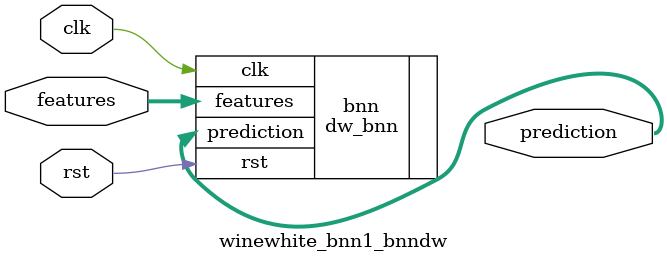
<source format=v>















module winewhite_bnn1_bnndw #(

parameter FEAT_CNT = 11,
parameter HIDDEN_CNT = 40,
parameter FEAT_BITS = 4,
parameter CLASS_CNT = 7,
parameter TEST_CNT = 1000


  ) (
  input clk,
  input rst,
  input [FEAT_CNT*FEAT_BITS-1:0] features,
  output [$clog2(CLASS_CNT)-1:0] prediction
  );

  localparam Weights0 = 440'b00010101000000000100110001011111111100001000110010111000111101011010011001100010111100110011000010111110111001101101111011100100100101010010111001101100110001100100000010000100011001111001000101010111000101001100101000101100000110011111011111100011100111101111111000100110011101011110000110100011110011010110001110100100000101101110011001000000111010100011101011100100010011100101000101010011100110000100101000111101100110011111111111010110 ;
  localparam Weights1 = 280'b1100111000000011001100101100101011000111100011011110001100111111010011101101011100011011111010110001111101001110110101110000110111101010000011000100001011010011000011011110101100001111010011101101011100001101100010110001111111101110111001110000000011001010100110110101111011010110 ;
  localparam Widths = 320'h07070606060706070707070606060707060706070708060706060606060706070706070607060707 ;

  dw_bnn #(.FEAT_CNT(FEAT_CNT),.FEAT_BITS(FEAT_BITS),.HIDDEN_CNT(HIDDEN_CNT),.CLASS_CNT(CLASS_CNT),.Weights0(Weights0),.Weights1(Weights1),
    .WIDTHS(Widths)) bnn (
    .clk(clk),
    .rst(rst),
    .features(features),
    .prediction(prediction)
  );

endmodule

</source>
